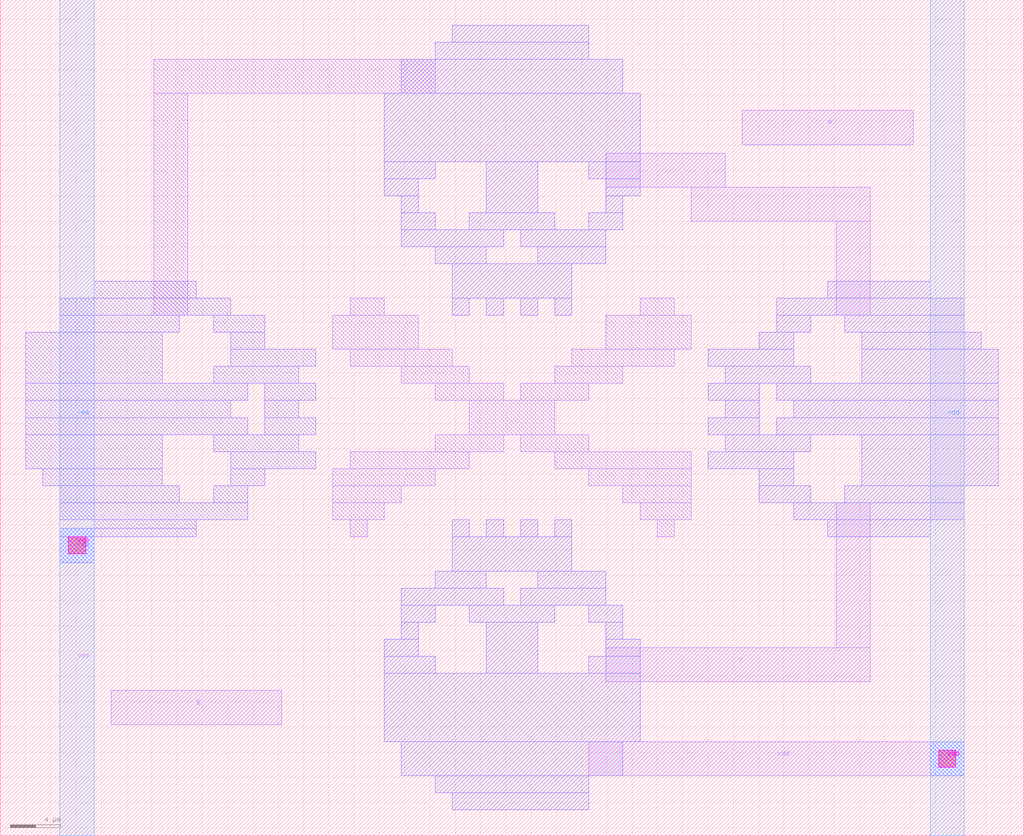
<source format=lef>
VERSION 5.7 ;
  NOWIREEXTENSIONATPIN ON ;
  DIVIDERCHAR "/" ;
  BUSBITCHARS "[]" ;
MACRO skullfet_nand
  CLASS BLOCK ;
  FOREIGN skullfet_nand ;
  ORIGIN 0.000 -5.400 ;
  SIZE 81.000 BY 66.150 ;
  PIN A
    DIRECTION INPUT ;
    USE SIGNAL ;
    ANTENNAGATEAREA 109.349998 ;
    PORT
      LAYER Metal1 ;
        RECT 58.725 60.075 72.225 62.775 ;
    END
  END A
  PIN B
    DIRECTION INPUT ;
    USE SIGNAL ;
    ANTENNAGATEAREA 109.349998 ;
    PORT
      LAYER Metal1 ;
        RECT 8.775 14.175 22.275 16.875 ;
    END
  END B
  PIN Y
    DIRECTION OUTPUT ;
    USE SIGNAL ;
    ANTENNADIFFAREA 442.867493 ;
    PORT
      LAYER Metal1 ;
        RECT 47.925 56.700 57.375 59.400 ;
        RECT 54.675 54.000 68.850 56.700 ;
        RECT 66.150 46.575 68.850 54.000 ;
        RECT 66.150 20.250 68.850 31.725 ;
        RECT 47.925 17.550 68.850 20.250 ;
    END
  END Y
  PIN vdd
    DIRECTION INOUT ;
    USE POWER ;
    PORT
      LAYER Metal1 ;
        RECT 73.575 12.825 76.275 33.075 ;
        RECT 46.575 10.125 76.275 12.825 ;
      LAYER Via1 ;
        RECT 74.250 10.800 75.600 12.150 ;
      LAYER Metal2 ;
        RECT 73.575 10.125 76.275 12.825 ;
      LAYER Via2 ;
        RECT 74.250 10.800 75.600 12.150 ;
      LAYER Metal3 ;
        RECT 73.575 10.125 76.275 12.825 ;
      LAYER Via3 ;
        RECT 74.250 10.800 75.600 12.150 ;
      LAYER Metal4 ;
        RECT 73.575 5.400 76.275 71.550 ;
    END
  END vdd
  PIN vss
    DIRECTION INOUT ;
    USE GROUND ;
    PORT
      LAYER Metal1 ;
        RECT 4.725 5.400 7.425 33.075 ;
      LAYER Via1 ;
        RECT 5.400 27.675 6.750 29.025 ;
      LAYER Metal2 ;
        RECT 7.425 47.925 15.525 49.275 ;
        RECT 4.725 46.575 18.225 47.925 ;
        RECT 4.725 45.225 14.175 46.575 ;
        RECT 16.875 45.225 20.925 46.575 ;
        RECT 2.025 41.175 12.825 45.225 ;
        RECT 18.225 43.875 20.925 45.225 ;
        RECT 18.225 42.525 24.975 43.875 ;
        RECT 16.875 41.175 23.625 42.525 ;
        RECT 2.025 39.825 19.575 41.175 ;
        RECT 20.925 39.825 24.975 41.175 ;
        RECT 2.025 38.475 18.225 39.825 ;
        RECT 20.925 38.475 23.625 39.825 ;
        RECT 2.025 37.125 19.575 38.475 ;
        RECT 20.925 37.125 24.975 38.475 ;
        RECT 2.025 34.425 12.825 37.125 ;
        RECT 16.875 35.775 23.625 37.125 ;
        RECT 3.375 33.075 12.825 34.425 ;
        RECT 18.225 34.425 24.975 35.775 ;
        RECT 18.225 33.075 20.925 34.425 ;
        RECT 4.725 31.725 14.175 33.075 ;
        RECT 16.875 31.725 19.575 33.075 ;
        RECT 4.725 30.375 19.575 31.725 ;
        RECT 7.425 29.700 15.525 30.375 ;
        RECT 4.725 29.025 15.525 29.700 ;
        RECT 4.725 27.000 7.425 29.025 ;
      LAYER Via2 ;
        RECT 5.400 27.675 6.750 29.025 ;
      LAYER Metal3 ;
        RECT 4.725 27.000 7.425 29.700 ;
      LAYER Via3 ;
        RECT 5.400 27.675 6.750 29.025 ;
      LAYER Metal4 ;
        RECT 4.725 5.400 7.425 71.550 ;
    END
  END vss
  OBS
      LAYER Metal1 ;
        RECT 12.150 64.125 34.425 66.825 ;
        RECT 12.150 46.575 14.850 64.125 ;
        RECT 27.675 46.575 30.375 47.925 ;
        RECT 50.625 46.575 53.325 47.925 ;
        RECT 26.325 43.875 33.075 46.575 ;
        RECT 47.925 43.875 54.675 46.575 ;
        RECT 27.675 42.525 35.775 43.875 ;
        RECT 45.225 42.525 53.325 43.875 ;
        RECT 31.725 41.175 37.125 42.525 ;
        RECT 43.875 41.175 49.275 42.525 ;
        RECT 34.425 39.825 39.825 41.175 ;
        RECT 41.175 39.825 46.575 41.175 ;
        RECT 37.125 37.125 43.875 39.825 ;
        RECT 34.425 35.775 39.825 37.125 ;
        RECT 41.175 35.775 46.575 37.125 ;
        RECT 27.675 34.425 37.125 35.775 ;
        RECT 43.875 34.425 54.675 35.775 ;
        RECT 26.325 33.075 34.425 34.425 ;
        RECT 46.575 33.075 54.675 34.425 ;
        RECT 26.325 31.725 31.725 33.075 ;
        RECT 49.275 31.725 54.675 33.075 ;
        RECT 26.325 30.375 30.375 31.725 ;
        RECT 50.625 30.375 54.675 31.725 ;
        RECT 27.675 29.025 29.025 30.375 ;
        RECT 51.975 29.025 53.325 30.375 ;
      LAYER Metal2 ;
        RECT 35.775 68.175 46.575 69.525 ;
        RECT 34.425 66.825 46.575 68.175 ;
        RECT 31.725 64.125 49.275 66.825 ;
        RECT 30.375 58.725 50.625 64.125 ;
        RECT 30.375 57.375 34.425 58.725 ;
        RECT 30.375 56.025 33.075 57.375 ;
        RECT 31.725 54.675 33.075 56.025 ;
        RECT 38.475 54.675 42.525 58.725 ;
        RECT 46.575 57.375 50.625 58.725 ;
        RECT 47.925 56.025 50.625 57.375 ;
        RECT 47.925 54.675 49.275 56.025 ;
        RECT 31.725 53.325 34.425 54.675 ;
        RECT 37.125 53.325 43.875 54.675 ;
        RECT 46.575 53.325 49.275 54.675 ;
        RECT 31.725 51.975 39.825 53.325 ;
        RECT 41.175 51.975 47.925 53.325 ;
        RECT 34.425 50.625 38.475 51.975 ;
        RECT 42.525 50.625 47.925 51.975 ;
        RECT 35.775 47.925 45.225 50.625 ;
        RECT 65.475 47.925 73.575 49.275 ;
        RECT 35.775 46.575 37.125 47.925 ;
        RECT 38.475 46.575 39.825 47.925 ;
        RECT 41.175 46.575 42.525 47.925 ;
        RECT 43.875 46.575 45.225 47.925 ;
        RECT 61.425 46.575 76.275 47.925 ;
        RECT 61.425 45.225 64.125 46.575 ;
        RECT 66.825 45.225 76.275 46.575 ;
        RECT 60.075 43.875 62.775 45.225 ;
        RECT 56.025 42.525 62.775 43.875 ;
        RECT 68.175 43.875 77.625 45.225 ;
        RECT 57.375 41.175 64.125 42.525 ;
        RECT 68.175 41.175 78.975 43.875 ;
        RECT 56.025 39.825 60.075 41.175 ;
        RECT 61.425 39.825 78.975 41.175 ;
        RECT 57.375 38.475 60.075 39.825 ;
        RECT 62.775 38.475 78.975 39.825 ;
        RECT 56.025 37.125 60.075 38.475 ;
        RECT 61.425 37.125 78.975 38.475 ;
        RECT 57.375 35.775 64.125 37.125 ;
        RECT 56.025 34.425 62.775 35.775 ;
        RECT 60.075 33.075 62.775 34.425 ;
        RECT 68.175 33.075 78.975 37.125 ;
        RECT 60.075 31.725 64.125 33.075 ;
        RECT 66.825 31.725 76.275 33.075 ;
        RECT 62.775 30.375 76.275 31.725 ;
        RECT 35.775 29.025 37.125 30.375 ;
        RECT 38.475 29.025 39.825 30.375 ;
        RECT 41.175 29.025 42.525 30.375 ;
        RECT 43.875 29.025 45.225 30.375 ;
        RECT 65.475 29.025 73.575 30.375 ;
        RECT 35.775 26.325 45.225 29.025 ;
        RECT 34.425 24.975 38.475 26.325 ;
        RECT 42.525 24.975 47.925 26.325 ;
        RECT 31.725 23.625 39.825 24.975 ;
        RECT 41.175 23.625 47.925 24.975 ;
        RECT 31.725 22.275 34.425 23.625 ;
        RECT 37.125 22.275 43.875 23.625 ;
        RECT 46.575 22.275 49.275 23.625 ;
        RECT 31.725 20.925 33.075 22.275 ;
        RECT 30.375 19.575 33.075 20.925 ;
        RECT 30.375 18.225 34.425 19.575 ;
        RECT 38.475 18.225 42.525 22.275 ;
        RECT 47.925 20.925 49.275 22.275 ;
        RECT 47.925 19.575 50.625 20.925 ;
        RECT 46.575 18.225 50.625 19.575 ;
        RECT 30.375 12.825 50.625 18.225 ;
        RECT 31.725 10.125 49.275 12.825 ;
        RECT 34.425 8.775 46.575 10.125 ;
        RECT 35.775 7.425 46.575 8.775 ;
  END
END skullfet_nand
END LIBRARY


</source>
